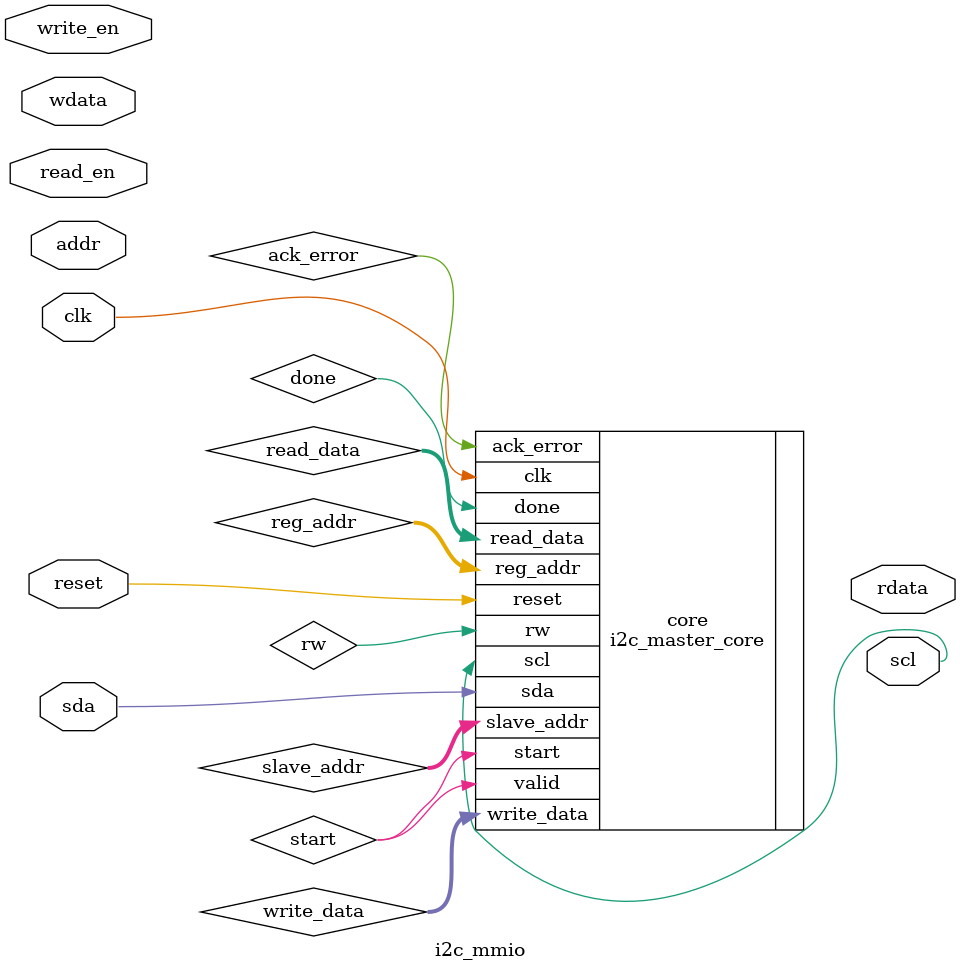
<source format=v>
module i2c_mmio (
    input  wire        clk,
    input  wire        reset,
    input  wire [3:0]  addr,
    input  wire [31:0] wdata,
    input  wire        write_en,
    input  wire        read_en,
    output reg  [31:0] rdata,

    inout  wire        sda,
    output wire        scl
);

    // Control registers
    reg [6:0] slave_addr;
    reg [7:0] reg_addr;
    reg [7:0] write_data;
    reg       rw;
    reg       start;

    // Status
    wire [7:0] read_data;
    wire       done;
    wire       ack_error;

    // I2C core instance
    i2c_master_core core (
        .clk(clk),
        .reset(reset),
        .start(start),
        .slave_addr(slave_addr),
        .reg_addr(reg_addr),
        .write_data(write_data),
        .rw(rw),
        .valid(start),
        .read_data(read_data),
        .done(done),
        .ack_error(ack_error),
        .sda(sda),
        .scl(scl)
    );
    
endmodule

</source>
